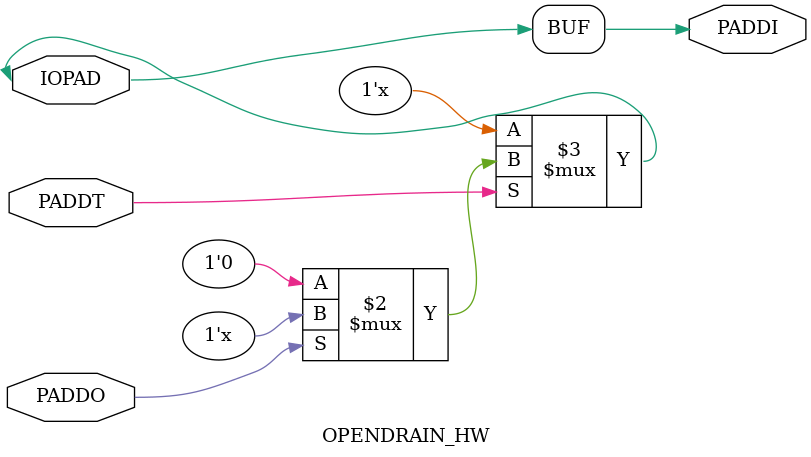
<source format=v>
`timescale 1ns/1ns
module OPENDRAIN_HW (PADDT, PADDO, PADDI, IOPAD);
    //Port Type List [Expanded Bus/Bit]
    input PADDT;
    input PADDO;
    output PADDI;
    inout IOPAD;


    assign PADDI = IOPAD; 
    assign IOPAD = !PADDT? 1'bz : PADDO? 1'bz : 1'b0;

endmodule 

</source>
